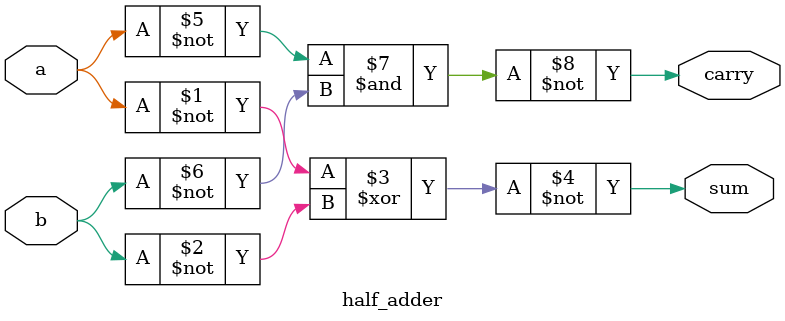
<source format=v>
module half_adder(
    input wire a, b,        // 1-bit inputs
    output wire sum, carry  // 1-bit outputs
);

    // Sum is the XOR of the inputs
    assign sum = ~(~a ^ ~b);

    // Carry is the AND of the inputs
    assign carry = ~(~a & ~b);

endmodule

</source>
